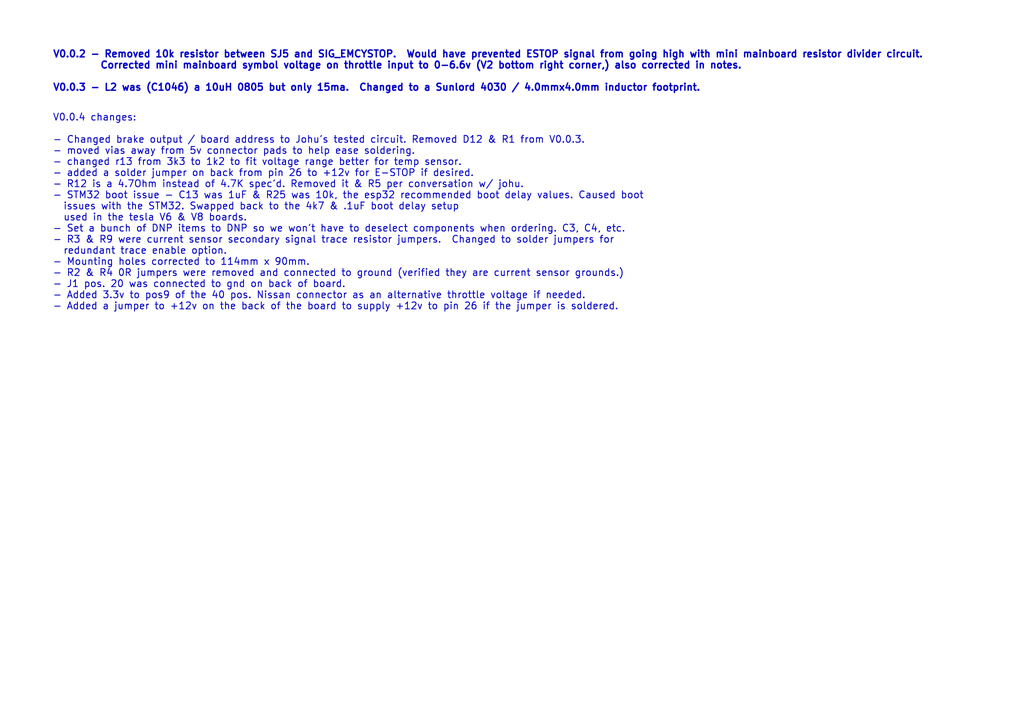
<source format=kicad_sch>
(kicad_sch (version 20230121) (generator eeschema)
  (paper "A4")
  (title_block (title "Gen 3 Nissan Leaf Mini Mainboard Adapter") (date "2024-03-29") (rev "V0.0.4"))
  (lib_symbols)
  (text "V0.0.2 - Removed 10k resistor between SJ5 and SIG_EMCYSTOP.  Would have prevented ESTOP signal from going high with mini mainboard resistor divider circuit. \n         Corrected mini mainboard symbol voltage on throttle input to 0-6.6v (V2 bottom right corner,) also corrected in notes.\n\nV0.0.3 - L2 was (C1046) a 10uH 0805 but only 15ma.  Changed to a Sunlord 4030 / 4.0mmx4.0mm inductor footprint." (at 15.24 26.67 0) (effects (font (size 2 2) (thickness 0.4) bold) (justify left bottom)))
  (text "V0.0.4 changes:\n\n- Changed brake output / board address to Johu's tested circuit. Removed D12 & R1 from V0.0.3.\n- moved vias away from 5v connector pads to help ease soldering.\n- changed r13 from 3k3 to 1k2 to fit voltage range better for temp sensor.\n- added a solder jumper on back from pin 26 to +12v for E-STOP if desired.\n- R12 is a 4.7Ohm instead of 4.7K spec'd. Removed it & R5 per conversation w/ johu.\n- STM32 boot issue - C13 was 1uF & R25 was 10k, the esp32 recommended boot delay values. Caused boot\n  issues with the STM32. Swapped back to the 4k7 & .1uF boot delay setup\n  used in the tesla V6 & V8 boards.\n- Set a bunch of DNP items to DNP so we won't have to deselect components when ordering. C3, C4, etc.\n- R3 & R9 were current sensor secondary signal trace resistor jumpers.  Changed to solder jumpers for\n  redundant trace enable option.\n- Mounting holes corrected to 114mm x 90mm.\n- R2 & R4 0R jumpers were removed and connected to ground (verified they are current sensor grounds.)\n- J1 pos. 20 was connected to gnd on back of board.\n- Added 3.3v to pos9 of the 40 pos. Nissan connector as an alternative throttle voltage if needed.\n- Added a jumper to +12v on the back of the board to supply +12v to pin 26 if the jumper is soldered.\n\n\n" (at 15.24 96.52 0) (effects (font (size 2 2) (thickness 0.254) bold) (justify left bottom)))
)
</source>
